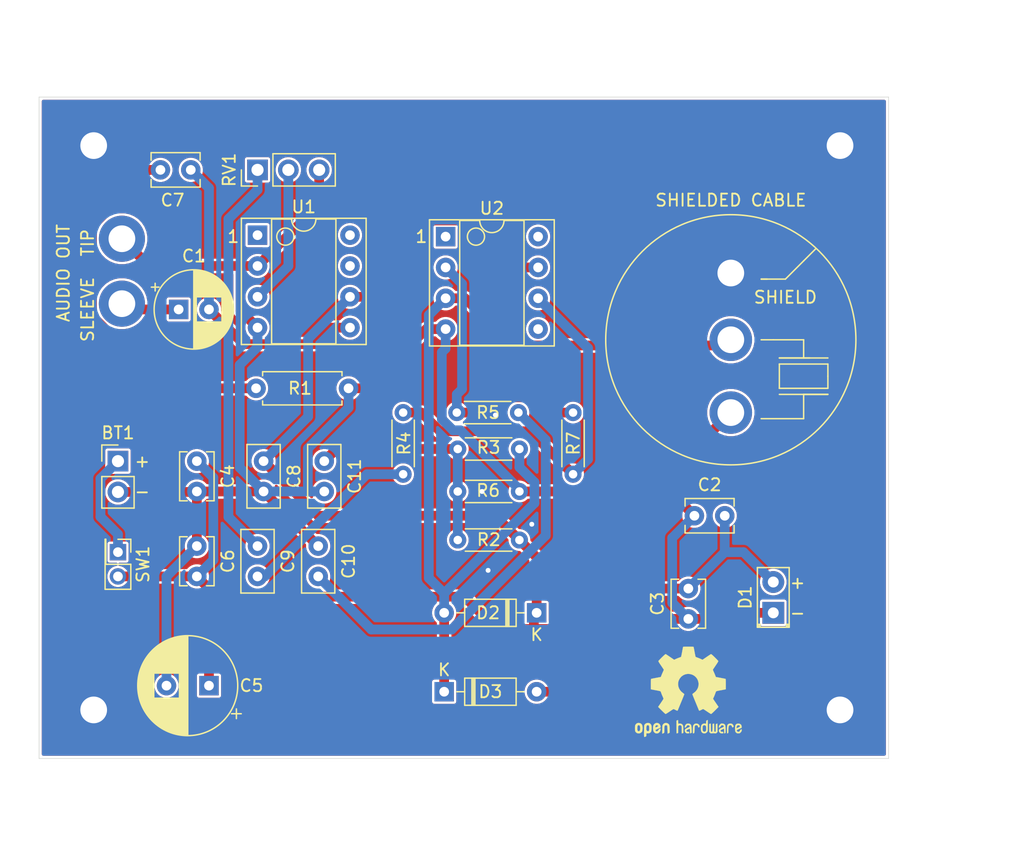
<source format=kicad_pcb>
(kicad_pcb (version 20171130) (host pcbnew 5.1.10)
  (layers (0 F.Cu signal) (31 B.Cu signal) (34 B.Paste user) (35 F.Paste user) (36 B.SilkS user) (37 F.SilkS user) (38 B.Mask user) (39 F.Mask user) (44 Edge.Cuts user))
  (net 0 "")
  (net 1 "Net-(BT1-Pad1)")
  (net 2 "Net-(C7-Pad1)")
  (net 3 "Net-(C10-Pad2)")
  (net 4 "Net-(R5-Pad2)")
  (net 5 VCC)
  (net 6 "Net-(C11-Pad1)")
  (net 7 "Net-(U2-Pad1)")
  (net 8 "Net-(U2-Pad8)")
  (net 9 Earth)
  (net 10 "Net-(RV1-Pad2)")
  (net 11 "Net-(C1-Pad1)")
  (net 12 "Net-(C1-Pad2)")
  (net 13 "Net-(C9-Pad2)")
  (net 14 +out)
  (net 15 "Net-(D2-Pad2)")
  (net 16 "Net-(R4-Pad2)")
  (net 17 "Net-(U1-Pad1)")
  (net 18 "Net-(U1-Pad7)")
  (net 19 "Net-(U1-Pad8)")
  (net 20 "Net-(U2-Pad5)")
  (net 21 V-)
  (module Symbol:OSHW-Logo2_9.8x8mm_SilkScreen (layer F.Cu) (at 94.5 134)
    (fp_text reference REF** hide)
    (fp_text value OSHW-Logo2_9.8x8mm_SilkScreen hide)
  )
  (module MountingHole:MountingHole_2.2mm_M2_DIN965_Pad (layer F.Cu) (at 45.5 89)
    (fp_text reference J8 hide)
    (fp_text value Conn_01x01_Female)
    (pad 1 thru_hole circle (at 0 0) (size 3.8 3.8) (drill 2.2) (layers *.Cu *.Mask) (net 9 Earth))
  )
  (module MountingHole:MountingHole_2.2mm_M2_DIN965_Pad (layer F.Cu) (at 107 89)
    (fp_text reference J9 hide)
    (fp_text value Conn_01x01_Female)
    (pad 1 thru_hole circle (at 0 0) (size 3.8 3.8) (drill 2.2) (layers *.Cu *.Mask) (net 9 Earth))
  )
  (module MountingHole:MountingHole_2.2mm_M2_DIN965_Pad (layer F.Cu) (at 107 135.5)
    (fp_text reference J7 hide)
    (fp_text value Conn_01x01_Female)
    (pad 1 thru_hole circle (at 0 0) (size 3.8 3.8) (drill 2.2) (layers *.Cu *.Mask) (net 9 Earth))
  )
  (module MountingHole:MountingHole_2.2mm_M2_DIN965_Pad (layer F.Cu) (at 45.5 135.5)
    (fp_text reference J6 hide)
    (fp_text value Conn_01x01_Female)
    (pad 1 thru_hole circle (at 0 0) (size 3.8 3.8) (drill 2.2) (layers *.Cu *.Mask) (net 9 Earth))
  )
  (module Resistor_THT:R_Axial_DIN0207_L6.3mm_D2.5mm_P7.62mm_Horizontal (layer F.Cu) (at 58.88 109)
    (fp_text reference R1 (at 3.62 0) (layer F.SilkS))
    (fp_text value 10)
    (pad 1 thru_hole circle (at 0 0) (size 1.6 1.6) (drill 0.8) (layers *.Cu *.Mask) (net 2 "Net-(C7-Pad1)"))
    (pad 2 thru_hole oval (at 7.62 0) (size 1.6 1.6) (drill 0.8) (layers *.Cu *.Mask) (net 21 V-))
  )
  (module Capacitor_THT:C_Disc_D3.8mm_W2.6mm_P2.50mm (layer F.Cu) (at 51 91)
    (fp_text reference C7 (at 1 2.5) (layer F.SilkS))
    (fp_text value 0.05uF)
    (pad 1 thru_hole circle (at 0 0) (size 1.6 1.6) (drill 0.8) (layers *.Cu *.Mask) (net 2 "Net-(C7-Pad1)"))
    (pad 2 thru_hole circle (at 2.5 0) (size 1.6 1.6) (drill 0.8) (layers *.Cu *.Mask) (net 12 "Net-(C1-Pad2)"))
  )
  (module Connector_PinHeader_2.54mm:PinHeader_1x02_P2.54mm_Vertical (layer F.Cu) (at 47.5 115)
    (fp_text reference BT1 (at 0 -2.33) (layer F.SilkS))
    (fp_text value ACC-9VCLIP-233M)
    (pad 2 thru_hole oval (at 0 2.54) (size 1.7 1.7) (drill 1) (layers *.Cu *.Mask) (net 21 V-))
    (pad 1 thru_hole rect (at 0 0) (size 1.7 1.7) (drill 1) (layers *.Cu *.Mask) (net 1 "Net-(BT1-Pad1)"))
  )
  (module Capacitor_THT:C_Disc_D3.8mm_W2.6mm_P2.50mm (layer F.Cu) (at 54 115 270)
    (fp_text reference C4 (at 1.25 -2.55 90) (layer F.SilkS))
    (fp_text value 4.7uF)
    (pad 2 thru_hole circle (at 2.5 0 270) (size 1.6 1.6) (drill 0.8) (layers *.Cu *.Mask) (net 21 V-))
    (pad 1 thru_hole circle (at 0 0 270) (size 1.6 1.6) (drill 0.8) (layers *.Cu *.Mask) (net 5 VCC))
  )
  (module Capacitor_THT:C_Disc_D3.8mm_W2.6mm_P2.50mm (layer F.Cu) (at 95 119.5)
    (fp_text reference C2 (at 1.25 -2.55) (layer F.SilkS))
    (fp_text value 1nF)
    (pad 2 thru_hole circle (at 2.5 0) (size 1.6 1.6) (drill 0.8) (layers *.Cu *.Mask) (net 5 VCC))
    (pad 1 thru_hole circle (at 0 0) (size 1.6 1.6) (drill 0.8) (layers *.Cu *.Mask) (net 21 V-))
  )
  (module Capacitor_THT:C_Disc_D3.8mm_W2.6mm_P2.50mm (layer F.Cu) (at 94.5 128 90)
    (fp_text reference C3 (at 1.25 -2.55 90) (layer F.SilkS))
    (fp_text value 100nF)
    (pad 1 thru_hole circle (at 0 0 90) (size 1.6 1.6) (drill 0.8) (layers *.Cu *.Mask) (net 21 V-))
    (pad 2 thru_hole circle (at 2.5 0 90) (size 1.6 1.6) (drill 0.8) (layers *.Cu *.Mask) (net 5 VCC))
  )
  (module Connector_PinHeader_2.00mm:PinHeader_2x01_P2.00mm_Vertical (layer F.Cu) (at 47.5 122.5 270)
    (fp_text reference SW1 (at 1 -2.06 90) (layer F.SilkS))
    (fp_text value "451-1158-ND ")
    (pad 1 thru_hole rect (at 0 0 270) (size 1.35 1.35) (drill 0.8) (layers *.Cu *.Mask) (net 1 "Net-(BT1-Pad1)"))
    (pad 2 thru_hole oval (at 2 0 270) (size 1.35 1.35) (drill 0.8) (layers *.Cu *.Mask) (net 5 VCC))
  )
  (module MountingHole:MountingHole_2.2mm_M2_DIN965_Pad (layer F.Cu) (at 47.825 96.675 270)
    (fp_text reference J2 hide)
    (fp_text value MJ-3536)
    (pad 1 thru_hole circle (at 0 0 270) (size 3.8 3.8) (drill 2.2) (layers *.Cu *.Mask) (net 21 V-))
  )
  (module MountingHole:MountingHole_2.2mm_M2_DIN965_Pad (layer F.Cu) (at 47.825 102.025 270)
    (fp_text reference J1 hide)
    (fp_text value GND)
    (pad 1 thru_hole circle (at 0 0 270) (size 3.8 3.8) (drill 2.2) (layers *.Cu *.Mask) (net 11 "Net-(C1-Pad1)"))
  )
  (module Connector_PinHeader_2.54mm:PinHeader_1x03_P2.54mm_Vertical (layer F.Cu) (at 59 91 90)
    (fp_text reference RV1 (at 0 -2.33 90) (layer F.SilkS))
    (fp_text value 987-1710-ND)
    (pad 1 thru_hole rect (at 0 0 90) (size 1.7 1.7) (drill 1) (layers *.Cu *.Mask) (net 14 +out))
    (pad 2 thru_hole oval (at 0 2.54 90) (size 1.7 1.7) (drill 1) (layers *.Cu *.Mask) (net 10 "Net-(RV1-Pad2)"))
    (pad 3 thru_hole oval (at 0 5.08 90) (size 1.7 1.7) (drill 1) (layers *.Cu *.Mask) (net 21 V-))
  )
  (module LED_THT:LED_D2.0mm_W4.8mm_H2.5mm_FlatTop (layer F.Cu) (at 101.5 127.5 90)
    (fp_text reference D1 (at 1.27 -2.31 90) (layer F.SilkS))
    (fp_text value "L20697-ND ")
    (pad 1 thru_hole rect (at 0 0 90) (size 1.8 1.8) (drill 0.9) (layers *.Cu *.Mask) (net 21 V-))
    (pad 2 thru_hole circle (at 2.54 0 90) (size 1.8 1.8) (drill 0.9) (layers *.Cu *.Mask) (net 5 VCC))
  )
  (module Capacitor_THT:C_Disc_D3.8mm_W2.6mm_P2.50mm (layer F.Cu) (at 54 122 270)
    (fp_text reference C6 (at 1.25 -2.55 90) (layer F.SilkS))
    (fp_text value 0.1uF)
    (pad 1 thru_hole circle (at 0 0 270) (size 1.6 1.6) (drill 0.8) (layers *.Cu *.Mask) (net 21 V-))
    (pad 2 thru_hole circle (at 2.5 0 270) (size 1.6 1.6) (drill 0.8) (layers *.Cu *.Mask) (net 5 VCC))
  )
  (module Capacitor_THT:CP_Radial_D6.3mm_P2.50mm (layer F.Cu) (at 52.5 102.5)
    (fp_text reference C1 (at 1.25 -4.4) (layer F.SilkS))
    (fp_text value "220 µF")
    (pad 1 thru_hole rect (at 0 0) (size 1.6 1.6) (drill 0.8) (layers *.Cu *.Mask) (net 11 "Net-(C1-Pad1)"))
    (pad 2 thru_hole circle (at 2.5 0) (size 1.6 1.6) (drill 0.8) (layers *.Cu *.Mask) (net 12 "Net-(C1-Pad2)"))
  )
  (module Capacitor_THT:CP_Radial_D8.0mm_P3.50mm (layer F.Cu) (at 55 133.5 180)
    (fp_text reference C5 (at -3.5 0) (layer F.SilkS))
    (fp_text value 100uF)
    (pad 1 thru_hole rect (at 0 0 180) (size 1.6 1.6) (drill 0.8) (layers *.Cu *.Mask) (net 5 VCC))
    (pad 2 thru_hole circle (at 3.5 0 180) (size 1.6 1.6) (drill 0.8) (layers *.Cu *.Mask) (net 21 V-))
  )
  (module Capacitor_THT:C_Disc_D5.0mm_W2.5mm_P2.50mm (layer F.Cu) (at 59.5 115 270)
    (fp_text reference C8 (at 1.25 -2.5 90) (layer F.SilkS))
    (fp_text value 33uF)
    (pad 1 thru_hole circle (at 0 0 270) (size 1.6 1.6) (drill 0.8) (layers *.Cu *.Mask) (net 5 VCC))
    (pad 2 thru_hole circle (at 2.5 0 270) (size 1.6 1.6) (drill 0.8) (layers *.Cu *.Mask) (net 21 V-))
  )
  (module Capacitor_THT:C_Disc_D5.0mm_W2.5mm_P2.50mm (layer F.Cu) (at 59 122 270)
    (fp_text reference C9 (at 1.25 -2.5 90) (layer F.SilkS))
    (fp_text value 47uF)
    (pad 2 thru_hole circle (at 2.5 0 270) (size 1.6 1.6) (drill 0.8) (layers *.Cu *.Mask) (net 13 "Net-(C9-Pad2)"))
    (pad 1 thru_hole circle (at 0 0 270) (size 1.6 1.6) (drill 0.8) (layers *.Cu *.Mask) (net 14 +out))
  )
  (module Capacitor_THT:C_Disc_D5.0mm_W2.5mm_P2.50mm (layer F.Cu) (at 64 122 270)
    (fp_text reference C10 (at 1.25 -2.5 90) (layer F.SilkS))
    (fp_text value 47uF)
    (pad 2 thru_hole circle (at 2.5 0 270) (size 1.6 1.6) (drill 0.8) (layers *.Cu *.Mask) (net 3 "Net-(C10-Pad2)"))
    (pad 1 thru_hole circle (at 0 0 270) (size 1.6 1.6) (drill 0.8) (layers *.Cu *.Mask) (net 21 V-))
  )
  (module Capacitor_THT:C_Disc_D5.0mm_W2.5mm_P2.50mm (layer F.Cu) (at 64.5 115 270)
    (fp_text reference C11 (at 1.25 -2.5 90) (layer F.SilkS))
    (fp_text value 10uF)
    (pad 1 thru_hole circle (at 0 0 270) (size 1.6 1.6) (drill 0.8) (layers *.Cu *.Mask) (net 6 "Net-(C11-Pad1)"))
    (pad 2 thru_hole circle (at 2.5 0 270) (size 1.6 1.6) (drill 0.8) (layers *.Cu *.Mask) (net 21 V-))
  )
  (module Diode_THT:D_DO-35_SOD27_P7.62mm_Horizontal (layer F.Cu) (at 82 127.5 180)
    (fp_text reference D2 (at 4 0) (layer F.SilkS))
    (fp_text value 1N4148)
    (fp_text user K (at 0 -1.8) (layer F.SilkS))
    (pad 2 thru_hole oval (at 7.62 0 180) (size 1.6 1.6) (drill 0.8) (layers *.Cu *.Mask) (net 15 "Net-(D2-Pad2)"))
    (pad 1 thru_hole rect (at 0 0 180) (size 1.6 1.6) (drill 0.8) (layers *.Cu *.Mask) (net 5 VCC))
  )
  (module Diode_THT:D_DO-35_SOD27_P7.62mm_Horizontal (layer F.Cu) (at 74.38 134)
    (fp_text reference D3 (at 3.81 0) (layer F.SilkS))
    (fp_text value 1N4148)
    (fp_text user K (at 0 -1.8) (layer F.SilkS))
    (pad 1 thru_hole rect (at 0 0) (size 1.6 1.6) (drill 0.8) (layers *.Cu *.Mask) (net 15 "Net-(D2-Pad2)"))
    (pad 2 thru_hole oval (at 7.62 0) (size 1.6 1.6) (drill 0.8) (layers *.Cu *.Mask) (net 21 V-))
  )
  (module MountingHole:MountingHole_2.2mm_M2_ISO7380_Pad (layer F.Cu) (at 98 105)
    (fp_text reference J3 hide)
    (fp_text value Conn_01x01_Female)
    (pad 1 thru_hole circle (at 0 0) (size 3.5 3.5) (drill 2.2) (layers *.Cu *.Mask) (net 15 "Net-(D2-Pad2)"))
  )
  (module MountingHole:MountingHole_2.2mm_M2_ISO7380_Pad (layer F.Cu) (at 98 111)
    (fp_text reference J4 hide)
    (fp_text value Conn_01x01_Female)
    (pad 1 thru_hole circle (at 0 0) (size 3.5 3.5) (drill 2.2) (layers *.Cu *.Mask) (net 21 V-))
  )
  (module MountingHole:MountingHole_2.2mm_M2_DIN965_Pad (layer F.Cu) (at 98 99.5)
    (fp_text reference J5 hide)
    (fp_text value Conn_01x01_Female)
    (pad 1 thru_hole circle (at 0 0) (size 3.8 3.8) (drill 2.2) (layers *.Cu *.Mask) (net 9 Earth))
  )
  (module Resistor_THT:R_Axial_DIN0204_L3.6mm_D1.6mm_P5.08mm_Horizontal (layer F.Cu) (at 80.58 121.5 180)
    (fp_text reference R2 (at 2.524999 0.024999) (layer F.SilkS))
    (fp_text value 56K)
    (pad 1 thru_hole circle (at 0 0 180) (size 1.4 1.4) (drill 0.7) (layers *.Cu *.Mask) (net 5 VCC))
    (pad 2 thru_hole oval (at 5.08 0 180) (size 1.4 1.4) (drill 0.7) (layers *.Cu *.Mask) (net 6 "Net-(C11-Pad1)"))
  )
  (module Resistor_THT:R_Axial_DIN0204_L3.6mm_D1.6mm_P5.08mm_Horizontal (layer F.Cu) (at 75.5 114)
    (fp_text reference R3 (at 2.54 -0.125001) (layer F.SilkS))
    (fp_text value 1M)
    (pad 2 thru_hole oval (at 5.08 0) (size 1.4 1.4) (drill 0.7) (layers *.Cu *.Mask) (net 15 "Net-(D2-Pad2)"))
    (pad 1 thru_hole circle (at 0 0) (size 1.4 1.4) (drill 0.7) (layers *.Cu *.Mask) (net 6 "Net-(C11-Pad1)"))
  )
  (module Resistor_THT:R_Axial_DIN0204_L3.6mm_D1.6mm_P5.08mm_Horizontal (layer F.Cu) (at 71 116.08 90)
    (fp_text reference R4 (at 2.54 0.074999 90) (layer F.SilkS))
    (fp_text value 470)
    (pad 2 thru_hole oval (at 5.08 0 90) (size 1.4 1.4) (drill 0.7) (layers *.Cu *.Mask) (net 16 "Net-(R4-Pad2)"))
    (pad 1 thru_hole circle (at 0 0 90) (size 1.4 1.4) (drill 0.7) (layers *.Cu *.Mask) (net 13 "Net-(C9-Pad2)"))
  )
  (module Resistor_THT:R_Axial_DIN0204_L3.6mm_D1.6mm_P5.08mm_Horizontal (layer F.Cu) (at 80.5 111 180)
    (fp_text reference R5 (at 2.5 0) (layer F.SilkS))
    (fp_text value 100)
    (pad 1 thru_hole circle (at 0 0 180) (size 1.4 1.4) (drill 0.7) (layers *.Cu *.Mask) (net 3 "Net-(C10-Pad2)"))
    (pad 2 thru_hole oval (at 5.08 0 180) (size 1.4 1.4) (drill 0.7) (layers *.Cu *.Mask) (net 4 "Net-(R5-Pad2)"))
  )
  (module Resistor_THT:R_Axial_DIN0204_L3.6mm_D1.6mm_P5.08mm_Horizontal (layer F.Cu) (at 75.5 117.5)
    (fp_text reference R6 (at 2.504999 -0.075001) (layer F.SilkS))
    (fp_text value 56K)
    (pad 2 thru_hole oval (at 5.08 0) (size 1.4 1.4) (drill 0.7) (layers *.Cu *.Mask) (net 21 V-))
    (pad 1 thru_hole circle (at 0 0) (size 1.4 1.4) (drill 0.7) (layers *.Cu *.Mask) (net 6 "Net-(C11-Pad1)"))
  )
  (module Resistor_THT:R_Axial_DIN0204_L3.6mm_D1.6mm_P5.08mm_Horizontal (layer F.Cu) (at 85 116.08 90)
    (fp_text reference R7 (at 2.54 0.024999 90) (layer F.SilkS))
    (fp_text value 4K)
    (pad 1 thru_hole circle (at 0 0 90) (size 1.4 1.4) (drill 0.7) (layers *.Cu *.Mask) (net 16 "Net-(R4-Pad2)"))
    (pad 2 thru_hole oval (at 5.08 0 90) (size 1.4 1.4) (drill 0.7) (layers *.Cu *.Mask) (net 4 "Net-(R5-Pad2)"))
  )
  (module Package_DIP:DIP-8_W7.62mm_Socket (layer F.Cu) (at 74.5 96.5)
    (fp_text reference U2 (at 3.81 -2.33) (layer F.SilkS))
    (fp_text value NE5534)
    (pad 1 thru_hole rect (at 0 0) (size 1.6 1.6) (drill 0.8) (layers *.Cu *.Mask) (net 7 "Net-(U2-Pad1)"))
    (pad 5 thru_hole oval (at 7.62 7.62) (size 1.6 1.6) (drill 0.8) (layers *.Cu *.Mask) (net 20 "Net-(U2-Pad5)"))
    (pad 2 thru_hole oval (at 0 2.54) (size 1.6 1.6) (drill 0.8) (layers *.Cu *.Mask) (net 4 "Net-(R5-Pad2)"))
    (pad 6 thru_hole oval (at 7.62 5.08) (size 1.6 1.6) (drill 0.8) (layers *.Cu *.Mask) (net 16 "Net-(R4-Pad2)"))
    (pad 3 thru_hole oval (at 0 5.08) (size 1.6 1.6) (drill 0.8) (layers *.Cu *.Mask) (net 15 "Net-(D2-Pad2)"))
    (pad 7 thru_hole oval (at 7.62 2.54) (size 1.6 1.6) (drill 0.8) (layers *.Cu *.Mask) (net 5 VCC))
    (pad 4 thru_hole oval (at 0 7.62) (size 1.6 1.6) (drill 0.8) (layers *.Cu *.Mask) (net 21 V-))
    (pad 8 thru_hole oval (at 7.62 0) (size 1.6 1.6) (drill 0.8) (layers *.Cu *.Mask) (net 8 "Net-(U2-Pad8)"))
  )
  (module Package_DIP:DIP-8_W7.62mm_Socket (layer F.Cu) (at 59 96.38)
    (fp_text reference U1 (at 3.81 -2.33) (layer F.SilkS))
    (fp_text value LM386N-4/NOPB)
    (pad 1 thru_hole rect (at 0 0) (size 1.6 1.6) (drill 0.8) (layers *.Cu *.Mask) (net 17 "Net-(U1-Pad1)"))
    (pad 5 thru_hole oval (at 7.62 7.62) (size 1.6 1.6) (drill 0.8) (layers *.Cu *.Mask) (net 12 "Net-(C1-Pad2)"))
    (pad 2 thru_hole oval (at 0 2.54) (size 1.6 1.6) (drill 0.8) (layers *.Cu *.Mask) (net 21 V-))
    (pad 6 thru_hole oval (at 7.62 5.08) (size 1.6 1.6) (drill 0.8) (layers *.Cu *.Mask) (net 5 VCC))
    (pad 3 thru_hole oval (at 0 5.08) (size 1.6 1.6) (drill 0.8) (layers *.Cu *.Mask) (net 10 "Net-(RV1-Pad2)"))
    (pad 7 thru_hole oval (at 7.62 2.54) (size 1.6 1.6) (drill 0.8) (layers *.Cu *.Mask) (net 18 "Net-(U1-Pad7)"))
    (pad 4 thru_hole oval (at 0 7.62) (size 1.6 1.6) (drill 0.8) (layers *.Cu *.Mask) (net 21 V-))
    (pad 8 thru_hole oval (at 7.62 0) (size 1.6 1.6) (drill 0.8) (layers *.Cu *.Mask) (net 19 "Net-(U1-Pad8)"))
  )
  (gr_text SHIELD (at 102.5 101.5) (layer F.SilkS) (effects (font (size 1 1))))
  (gr_text SLEEVE (at 45 102.5 90) (layer F.SilkS) (effects (font (size 1 1))))
  (gr_text TIP (at 45 97 90) (layer F.SilkS) (effects (font (size 1 1))))
  (gr_text + (at 103.5 125) (layer F.SilkS) (effects (font (size 1 1))))
  (gr_text - (at 103.5 127.5) (layer F.SilkS) (effects (font (size 1 1))))
  (gr_text 1 (at 72.5 96.5) (layer F.SilkS) (effects (font (size 1 1))))
  (gr_text 1 (at 57 96.5) (layer F.SilkS) (effects (font (size 1 1))))
  (gr_circle (center 77 96.5) (end 77.5 97) (layer F.SilkS) (width 0.12))
  (gr_circle (center 61.292894 96.5) (end 61.792894 97) (layer F.SilkS) (width 0.12))
  (gr_text - (at 49.5 117.5) (layer F.SilkS) (effects (font (size 1 1))))
  (gr_text + (at 49.5 115) (layer F.SilkS) (effects (font (size 1 1))))
  (gr_text "SHIELDED CABLE" (at 98 93.5) (layer F.SilkS) (effects (font (size 1 1))))
  (gr_line (start 104 98.5) (end 105 97.5) (layer F.SilkS) (width 0.12))
  (gr_circle (center 98 105) (end 106 111.5) (layer F.SilkS) (width 0.12))
  (gr_line (start 102.5 100) (end 104 98.5) (layer F.SilkS) (width 0.12))
  (gr_line (start 100.5 100) (end 102.5 100) (layer F.SilkS) (width 0.12))
  (gr_line (start 101 100) (end 100.5 100) (layer F.SilkS) (width 0.12))
  (gr_line (start 101.5 105) (end 100.5 105) (layer F.SilkS) (width 0.12))
  (gr_line (start 104 111.5) (end 100.5 111.5) (layer F.SilkS) (width 0.12))
  (gr_line (start 104 109.5) (end 104 111.5) (layer F.SilkS) (width 0.12))
  (gr_line (start 106 109.5) (end 104 109.5) (layer F.SilkS) (width 0.12))
  (gr_line (start 102 109.5) (end 106 109.5) (layer F.SilkS) (width 0.12))
  (gr_line (start 102 109) (end 102 107) (layer F.SilkS) (width 0.12))
  (gr_line (start 106 109) (end 102 109) (layer F.SilkS) (width 0.12))
  (gr_line (start 106 108) (end 106 109) (layer F.SilkS) (width 0.12))
  (gr_line (start 106 107) (end 106 108) (layer F.SilkS) (width 0.12))
  (gr_line (start 102 107) (end 106 107) (layer F.SilkS) (width 0.12))
  (gr_line (start 102 106.5) (end 106 106.5) (layer F.SilkS) (width 0.12))
  (gr_line (start 104.5 106.5) (end 102 106.5) (layer F.SilkS) (width 0.12))
  (gr_line (start 104 105) (end 104 106.5) (layer F.SilkS) (width 0.12))
  (gr_line (start 101.5 105) (end 104 105) (layer F.SilkS) (width 0.12))
  (gr_text "AUDIO OUT" (at 43 99.5 90) (layer F.SilkS) (effects (font (size 1 1))))
  (gr_line (start 41 85) (end 111 85) (layer Edge.Cuts) (width 0.05))
  (gr_line (start 41 139.5) (end 41 85) (layer Edge.Cuts) (width 0.05))
  (gr_line (start 111 139.5) (end 41 139.5) (layer Edge.Cuts) (width 0.05))
  (gr_line (start 111 85) (end 111 139.5) (layer Edge.Cuts) (width 0.05))
  (segment (start 47.5 122.5) (end 47.5 121.025) (width 0.8) (layer B.Cu) (net 1))
  (segment (start 47.5 121.025) (end 46.06 119.585) (width 0.8) (layer B.Cu) (net 1))
  (segment (start 46.06 119.585) (end 46.06 116.44) (width 0.8) (layer B.Cu) (net 1))
  (segment (start 46.06 116.44) (end 47.5 115) (width 0.8) (layer B.Cu) (net 1))
  (segment (start 51 91) (end 49.9983 91) (width 0.8) (layer F.Cu) (net 2))
  (segment (start 49.9983 91) (end 45.3623 95.636) (width 0.8) (layer F.Cu) (net 2))
  (segment (start 45.3623 95.636) (end 45.3623 103.0295) (width 0.8) (layer F.Cu) (net 2))
  (segment (start 45.3623 103.0295) (end 51.3328 109) (width 0.8) (layer F.Cu) (net 2))
  (segment (start 51.3328 109) (end 58.88 109) (width 0.8) (layer F.Cu) (net 2))
  (segment (start 80.5 111) (end 82.7507 113.2507) (width 0.8) (layer B.Cu) (net 3))
  (segment (start 82.7507 113.2507) (end 82.7507 121.1224) (width 0.8) (layer B.Cu) (net 3))
  (segment (start 82.7507 121.1224) (end 75.0015 128.8716) (width 0.8) (layer B.Cu) (net 3))
  (segment (start 75.0015 128.8716) (end 68.3716 128.8716) (width 0.8) (layer B.Cu) (net 3))
  (segment (start 68.3716 128.8716) (end 64 124.5) (width 0.8) (layer B.Cu) (net 3))
  (segment (start 85 111) (end 83.5 111) (width 0.8) (layer F.Cu) (net 4))
  (segment (start 75.42 111) (end 76.92 111) (width 0.8) (layer F.Cu) (net 4))
  (segment (start 76.92 111) (end 78.1792 109.7408) (width 0.8) (layer F.Cu) (net 4))
  (segment (start 78.1792 109.7408) (end 82.2408 109.7408) (width 0.8) (layer F.Cu) (net 4))
  (segment (start 82.2408 109.7408) (end 83.5 111) (width 0.8) (layer F.Cu) (net 4))
  (segment (start 75.42 111) (end 75.42 109.5) (width 0.8) (layer B.Cu) (net 4))
  (segment (start 74.5 99.04) (end 75.8519 100.3919) (width 0.8) (layer B.Cu) (net 4))
  (segment (start 75.8519 100.3919) (end 75.8519 109.0681) (width 0.8) (layer B.Cu) (net 4))
  (segment (start 75.8519 109.0681) (end 75.42 109.5) (width 0.8) (layer B.Cu) (net 4))
  (segment (start 59.5 115) (end 64.0001 119.5001) (width 0.8) (layer F.Cu) (net 5))
  (segment (start 64.0001 119.5001) (end 78.5801 119.5001) (width 0.8) (layer F.Cu) (net 5))
  (segment (start 78.5801 119.5001) (end 80.58 121.5) (width 0.8) (layer F.Cu) (net 5))
  (segment (start 82.12 99.04) (end 80.52 99.04) (width 0.8) (layer F.Cu) (net 5))
  (segment (start 66.62 101.46) (end 68.22 101.46) (width 0.8) (layer F.Cu) (net 5))
  (segment (start 68.22 101.46) (end 68.22 100.36) (width 0.8) (layer F.Cu) (net 5))
  (segment (start 68.22 100.36) (end 73.4104 95.1696) (width 0.8) (layer F.Cu) (net 5))
  (segment (start 73.4104 95.1696) (end 76.6496 95.1696) (width 0.8) (layer F.Cu) (net 5))
  (segment (start 76.6496 95.1696) (end 80.52 99.04) (width 0.8) (layer F.Cu) (net 5))
  (segment (start 82 127.5) (end 82 122.92) (width 0.8) (layer F.Cu) (net 5))
  (segment (start 82 122.92) (end 80.58 121.5) (width 0.8) (layer F.Cu) (net 5))
  (segment (start 66.62 101.46) (end 63.1696 104.9104) (width 0.8) (layer B.Cu) (net 5))
  (segment (start 63.1696 104.9104) (end 63.1696 111.3304) (width 0.8) (layer B.Cu) (net 5))
  (segment (start 63.1696 111.3304) (end 59.5 115) (width 0.8) (layer B.Cu) (net 5))
  (segment (start 55.6696 126.1696) (end 54 124.5) (width 0.8) (layer F.Cu) (net 5))
  (segment (start 94.5 125.5) (end 89.573 125.5) (width 0.8) (layer F.Cu) (net 5))
  (segment (start 89.573 125.5) (end 86.2426 128.8304) (width 0.8) (layer F.Cu) (net 5))
  (segment (start 78.7119 128.8304) (end 76.0511 126.1696) (width 0.8) (layer F.Cu) (net 5))
  (segment (start 76.0511 126.1696) (end 55.6696 126.1696) (width 0.8) (layer F.Cu) (net 5))
  (segment (start 55 133.5) (end 55 126.8392) (width 0.8) (layer F.Cu) (net 5))
  (segment (start 55 126.8392) (end 55.6696 126.1696) (width 0.8) (layer F.Cu) (net 5))
  (segment (start 54 124.5) (end 55.3579 123.1421) (width 0.8) (layer B.Cu) (net 5))
  (segment (start 55.3579 123.1421) (end 55.3579 116.3579) (width 0.8) (layer B.Cu) (net 5))
  (segment (start 55.3579 116.3579) (end 54 115) (width 0.8) (layer B.Cu) (net 5))
  (segment (start 54 124.5) (end 48.975 124.5) (width 0.8) (layer F.Cu) (net 5))
  (segment (start 47.5 124.5) (end 48.975 124.5) (width 0.8) (layer F.Cu) (net 5))
  (segment (start 97.5 122.5) (end 97.5 119.5) (width 0.8) (layer B.Cu) (net 5))
  (segment (start 94.5 125.5) (end 97.5 122.5) (width 0.8) (layer B.Cu) (net 5))
  (segment (start 101.5 124.96) (end 99.04 122.5) (width 0.8) (layer B.Cu) (net 5))
  (segment (start 99.04 122.5) (end 97.5 122.5) (width 0.8) (layer B.Cu) (net 5))
  (segment (start 81.7696 127.7304) (end 82 127.5) (width 0.8) (layer F.Cu) (net 5))
  (segment (start 81.7696 128.8304) (end 81.7696 127.7304) (width 0.8) (layer F.Cu) (net 5))
  (segment (start 86.2426 128.8304) (end 81.7696 128.8304) (width 0.8) (layer F.Cu) (net 5))
  (segment (start 81.7696 128.8304) (end 78.7119 128.8304) (width 0.8) (layer F.Cu) (net 5))
  (segment (start 75.5 114) (end 65.5 114) (width 0.8) (layer F.Cu) (net 6))
  (segment (start 65.5 114) (end 64.5 115) (width 0.8) (layer F.Cu) (net 6))
  (segment (start 75.5 117.5) (end 75.5 121.5) (width 0.8) (layer B.Cu) (net 6))
  (segment (start 75.5 114) (end 75.5 117.5) (width 0.8) (layer B.Cu) (net 6))
  (via (at 77.5 117.5) (size 0.8) (drill 0.4) (layers F.Cu B.Cu) (net 9))
  (via (at 78 124) (size 0.8) (drill 0.4) (layers F.Cu B.Cu) (net 9))
  (via (at 81.6 120.2) (size 0.8) (drill 0.4) (layers F.Cu B.Cu) (net 9))
  (via (at 78.6 111.2) (size 0.8) (drill 0.4) (layers F.Cu B.Cu) (net 9))
  (segment (start 59 101.46) (end 61.54 98.92) (width 0.8) (layer B.Cu) (net 10))
  (segment (start 61.54 98.92) (end 61.54 91) (width 0.8) (layer B.Cu) (net 10))
  (segment (start 52.5 102.5) (end 48.3 102.5) (width 0.8) (layer F.Cu) (net 11))
  (segment (start 48.3 102.5) (end 47.825 102.025) (width 0.8) (layer F.Cu) (net 11))
  (segment (start 66.62 104) (end 65.02 104) (width 0.8) (layer F.Cu) (net 12))
  (segment (start 65.02 104) (end 63.6635 105.3565) (width 0.8) (layer F.Cu) (net 12))
  (segment (start 63.6635 105.3565) (end 57.8565 105.3565) (width 0.8) (layer F.Cu) (net 12))
  (segment (start 57.8565 105.3565) (end 55 102.5) (width 0.8) (layer F.Cu) (net 12))
  (segment (start 55 102.5) (end 55 92.5) (width 0.8) (layer B.Cu) (net 12))
  (segment (start 55 92.5) (end 53.5 91) (width 0.8) (layer B.Cu) (net 12))
  (segment (start 71 116.08) (end 68.0197 116.08) (width 0.8) (layer B.Cu) (net 13))
  (segment (start 68.0197 116.08) (end 59.5997 124.5) (width 0.8) (layer B.Cu) (net 13))
  (segment (start 59.5997 124.5) (end 59 124.5) (width 0.8) (layer B.Cu) (net 13))
  (segment (start 59 91) (end 59 92.65) (width 0.8) (layer B.Cu) (net 14))
  (segment (start 59 122) (end 56.602 119.602) (width 0.8) (layer B.Cu) (net 14))
  (segment (start 56.602 119.602) (end 56.602 95.048) (width 0.8) (layer B.Cu) (net 14))
  (segment (start 56.602 95.048) (end 59 92.65) (width 0.8) (layer B.Cu) (net 14))
  (segment (start 74.5 101.58) (end 76.1 101.58) (width 0.8) (layer F.Cu) (net 15))
  (segment (start 76.1 101.58) (end 79.9909 105.4709) (width 0.8) (layer F.Cu) (net 15))
  (segment (start 79.9909 105.4709) (end 97.5291 105.4709) (width 0.8) (layer F.Cu) (net 15))
  (segment (start 97.5291 105.4709) (end 98 105) (width 0.8) (layer F.Cu) (net 15))
  (segment (start 74.38 134) (end 74.38 127.5) (width 0.8) (layer F.Cu) (net 15))
  (segment (start 80.58 114) (end 80.58 115.5) (width 0.8) (layer B.Cu) (net 15))
  (segment (start 80.58 115.5) (end 81.8203 116.7403) (width 0.8) (layer B.Cu) (net 15))
  (segment (start 81.8203 116.7403) (end 81.8203 118.4597) (width 0.8) (layer B.Cu) (net 15))
  (segment (start 81.8203 118.4597) (end 74.38 125.9) (width 0.8) (layer B.Cu) (net 15))
  (segment (start 74.38 127.5) (end 74.38 125.9) (width 0.8) (layer B.Cu) (net 15))
  (segment (start 74.5 101.58) (end 73.1146 102.9654) (width 0.8) (layer B.Cu) (net 15))
  (segment (start 73.1146 102.9654) (end 73.1146 124.6346) (width 0.8) (layer B.Cu) (net 15))
  (segment (start 73.1146 124.6346) (end 74.38 125.9) (width 0.8) (layer B.Cu) (net 15))
  (segment (start 82.12 101.58) (end 86.233 105.693) (width 0.8) (layer B.Cu) (net 16))
  (segment (start 86.233 105.693) (end 86.233 114.847) (width 0.8) (layer B.Cu) (net 16))
  (segment (start 86.233 114.847) (end 85 116.08) (width 0.8) (layer B.Cu) (net 16))
  (segment (start 71 111) (end 72.5 111) (width 0.8) (layer F.Cu) (net 16))
  (segment (start 85 116.08) (end 81.46 112.54) (width 0.8) (layer F.Cu) (net 16))
  (segment (start 81.46 112.54) (end 74.04 112.54) (width 0.8) (layer F.Cu) (net 16))
  (segment (start 74.04 112.54) (end 72.5 111) (width 0.8) (layer F.Cu) (net 16))
  (segment (start 57.6117 98.92) (end 59 98.92) (width 0.8) (layer F.Cu) (net 21))
  (segment (start 47.825 96.675) (end 50.07 98.92) (width 0.8) (layer F.Cu) (net 21))
  (segment (start 50.07 98.92) (end 57.6117 98.92) (width 0.8) (layer F.Cu) (net 21))
  (segment (start 59 104) (end 57.6117 102.6117) (width 0.8) (layer F.Cu) (net 21))
  (segment (start 57.6117 102.6117) (end 57.6117 98.92) (width 0.8) (layer F.Cu) (net 21))
  (segment (start 59 104) (end 59 105.6) (width 0.8) (layer B.Cu) (net 21))
  (segment (start 59 105.6) (end 57.5324 107.0676) (width 0.8) (layer B.Cu) (net 21))
  (segment (start 57.5324 107.0676) (end 57.5324 115.5324) (width 0.8) (layer B.Cu) (net 21))
  (segment (start 57.5324 115.5324) (end 59.5 117.5) (width 0.8) (layer B.Cu) (net 21))
  (segment (start 101.5 127.5) (end 99.8 127.5) (width 0.8) (layer F.Cu) (net 21))
  (segment (start 94.5 128) (end 99.3 128) (width 0.8) (layer F.Cu) (net 21))
  (segment (start 99.3 128) (end 99.8 127.5) (width 0.8) (layer F.Cu) (net 21))
  (segment (start 83.6 134) (end 89.6 128) (width 0.8) (layer F.Cu) (net 21))
  (segment (start 89.6 128) (end 94.5 128) (width 0.8) (layer F.Cu) (net 21))
  (segment (start 93 117.5) (end 80.58 117.5) (width 0.8) (layer F.Cu) (net 21))
  (segment (start 95 119.5) (end 93 117.5) (width 0.8) (layer F.Cu) (net 21))
  (segment (start 98 111) (end 93 116) (width 0.8) (layer F.Cu) (net 21))
  (segment (start 93 116) (end 93 117.5) (width 0.8) (layer F.Cu) (net 21))
  (segment (start 74.5 104.12) (end 74.5 105.72) (width 0.8) (layer B.Cu) (net 21))
  (segment (start 74.5 105.72) (end 74.1847 106.0353) (width 0.8) (layer B.Cu) (net 21))
  (segment (start 74.1847 106.0353) (end 74.1847 111.5376) (width 0.8) (layer B.Cu) (net 21))
  (segment (start 74.1847 111.5376) (end 75.1071 112.46) (width 0.8) (layer B.Cu) (net 21))
  (segment (start 75.1071 112.46) (end 75.711 112.46) (width 0.8) (layer B.Cu) (net 21))
  (segment (start 75.711 112.46) (end 80.58 117.329) (width 0.8) (layer B.Cu) (net 21))
  (segment (start 80.58 117.329) (end 80.58 117.5) (width 0.8) (layer B.Cu) (net 21))
  (segment (start 59 98.92) (end 64.08 93.84) (width 0.8) (layer F.Cu) (net 21))
  (segment (start 64.08 93.84) (end 64.08 91) (width 0.8) (layer F.Cu) (net 21))
  (segment (start 82 134) (end 83.6 134) (width 0.8) (layer F.Cu) (net 21))
  (segment (start 63.1494 117.5) (end 64.5 117.5) (width 0.8) (layer B.Cu) (net 21))
  (segment (start 59.5 117.5) (end 63.1494 117.5) (width 0.8) (layer B.Cu) (net 21))
  (segment (start 63.1494 117.5) (end 63.1494 113.9506) (width 0.8) (layer B.Cu) (net 21))
  (segment (start 63.1494 113.9506) (end 66.5 110.6) (width 0.8) (layer B.Cu) (net 21))
  (segment (start 66.5 109) (end 66.5 110.6) (width 0.8) (layer B.Cu) (net 21))
  (segment (start 54 117.54) (end 54 117.5) (width 0.8) (layer F.Cu) (net 21))
  (segment (start 54 122) (end 54 117.54) (width 0.8) (layer F.Cu) (net 21))
  (segment (start 54 117.54) (end 49.15 117.54) (width 0.8) (layer F.Cu) (net 21))
  (segment (start 47.5 117.54) (end 49.15 117.54) (width 0.8) (layer F.Cu) (net 21))
  (segment (start 94.5 128) (end 93.1695 126.6695) (width 0.8) (layer B.Cu) (net 21))
  (segment (start 93.1695 126.6695) (end 93.1695 121.3305) (width 0.8) (layer B.Cu) (net 21))
  (segment (start 93.1695 121.3305) (end 95 119.5) (width 0.8) (layer B.Cu) (net 21))
  (segment (start 59.5 117.5) (end 54 117.5) (width 0.8) (layer F.Cu) (net 21))
  (segment (start 51.5 133.5) (end 51.5 124.5) (width 0.8) (layer B.Cu) (net 21))
  (segment (start 51.5 124.5) (end 54 122) (width 0.8) (layer B.Cu) (net 21))
  (segment (start 64 122) (end 59.5 117.5) (width 0.8) (layer F.Cu) (net 21))
  (segment (start 66.5 109) (end 68.1 109) (width 0.8) (layer F.Cu) (net 21))
  (segment (start 74.5 104.12) (end 72.9 104.12) (width 0.8) (layer F.Cu) (net 21))
  (segment (start 72.9 104.12) (end 68.1 108.92) (width 0.8) (layer F.Cu) (net 21))
  (segment (start 68.1 108.92) (end 68.1 109) (width 0.8) (layer F.Cu) (net 21))
  (zone (net 9) (net_name Earth) (layer B.Cu) (connect_pads yes (clearance 0.2)) (min_thickness 0.254) (fill yes (arc_segments 32) (thermal_gap 0.508) (thermal_bridge_width 0.508))
    (polygon (pts (xy 111 139.5) (xy 41 139.5) (xy 41 85) (xy 111 85)))
  )
  (zone (net 9) (net_name Earth) (layer F.Cu) (connect_pads yes (clearance 0.2)) (min_thickness 0.254) (fill yes (arc_segments 32) (thermal_gap 0.508) (thermal_bridge_width 0.508))
    (polygon (pts (xy 111 139.5) (xy 41 139.5) (xy 41 85) (xy 111 85)))
  )
)
</source>
